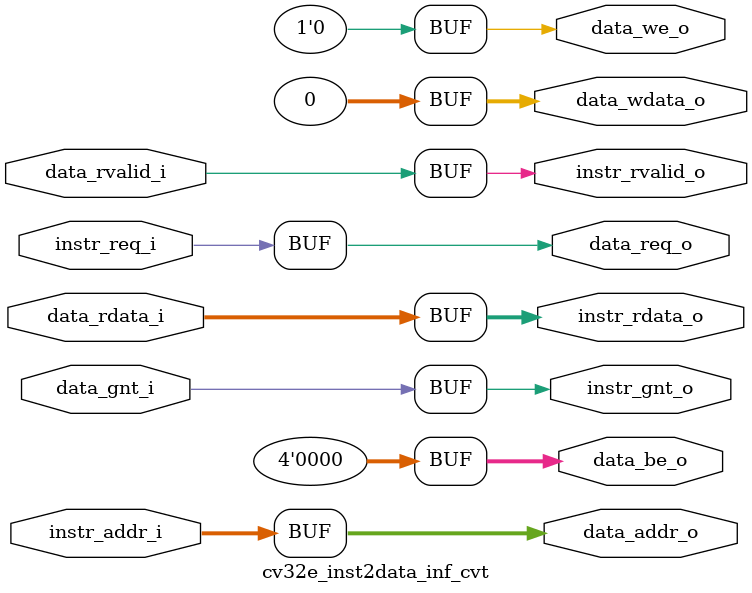
<source format=sv>
`timescale 1ns / 1ps

`include "soc_interface_list.svh"

module cv32e_inst2data_inf_cvt
    #(parameter
            CORE_ADDR_WIDTH                 = 32,
            CORE_DATA_WIDTH                 = 32,
            CORE_BE_WIDTH                   = 4
    )
    (
        input   logic [CORE_ADDR_WIDTH-1:0] instr_addr_i,
        input   logic                       instr_req_i,
        output  logic                       instr_gnt_o,
        output  logic                       instr_rvalid_o,
        output  logic [31:0]                instr_rdata_o,
        
        output  logic [CORE_ADDR_WIDTH-1:0] data_addr_o,
        output  logic                       data_req_o,
        output  logic                       data_we_o,
        output  logic [CORE_BE_WIDTH-1:0]   data_be_o,
        output  logic [CORE_DATA_WIDTH-1:0] data_wdata_o,
        input   logic                       data_gnt_i,
        input   logic                       data_rvalid_i,
        input   logic [CORE_DATA_WIDTH-1:0] data_rdata_i
    );
    
    assign data_addr_o      = instr_addr_i;
    assign data_req_o       = instr_req_i;
    assign data_we_o        = 0;
    assign data_be_o        = 0;
    assign data_wdata_o     = 0;
    
    assign instr_gnt_o      = data_gnt_i;
    assign instr_rvalid_o   = data_rvalid_i;
    assign instr_rdata_o    = data_rdata_i;
    
endmodule





















</source>
